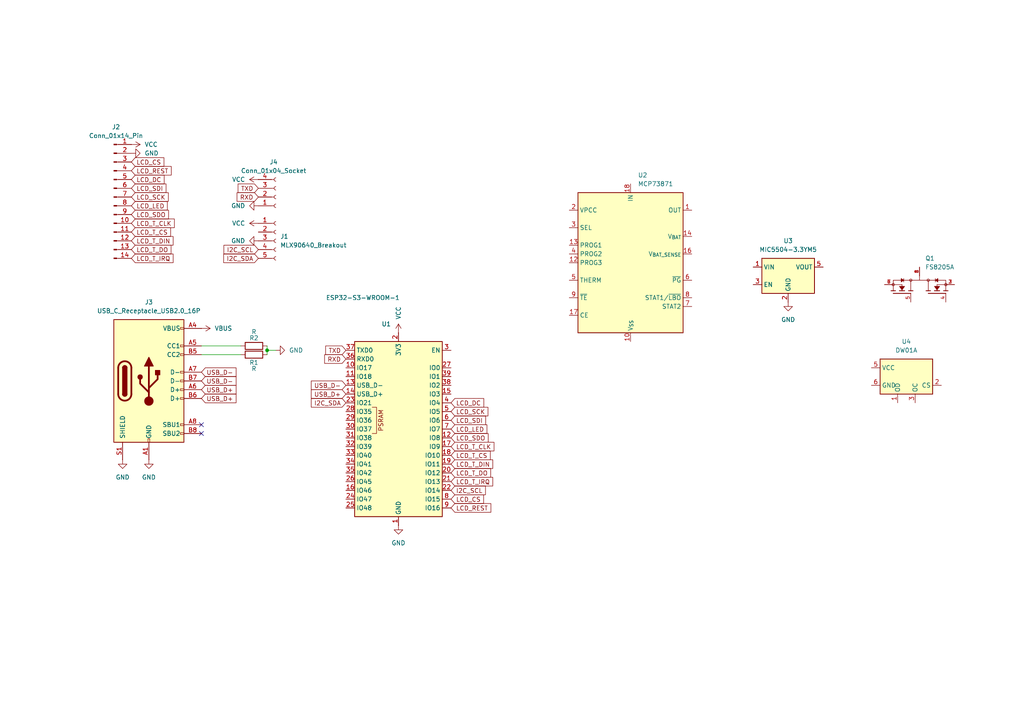
<source format=kicad_sch>
(kicad_sch (version 20250114) (generator "eeschema") (generator_version "9.0")
  (paper "A4")
  (lib_symbols
    (symbol "Battery_Management:DW01A"
      (property "Reference" "U" (at -6.604 6.35 0))
      (property "Value" "DW01A" (at 4.318 6.604 0))
      (symbol "DW01A_0_1"
        (pin power_in line (at -10.16 2.54 0) (length 2.54) (name "VCC") (number "5"))
        (pin power_in line (at -10.16 -2.54 0) (length 2.54) (name "GND") (number "6"))
        (pin output line (at -2.54 -7.62 90) (length 2.54) (name "OD") (number "1"))
        (pin output line (at 2.54 -7.62 90) (length 2.54) (name "OC") (number "3"))
        (pin input line (at 10.16 -2.54 180) (length 2.54) (name "CS") (number "2"))
      )
      (symbol "DW01A_1_1"
        (rectangle (start -7.62 5.08) (end 7.62 -5.08) (stroke (width 0.254)) (fill (type background)))
        (pin no_connect line (at 10.16 2.54 180) (length 2.54) (hide yes) (name "TD") (number "4"))
      )
    )
    (symbol "Battery_Management:MCP73871"
      (property "Reference" "U" (at -7.62 24.13 0))
      (property "Value" "MCP73871" (at -15.24 21.59 0))
      (symbol "MCP73871_0_1"
        (rectangle (start -15.24 20.32) (end 15.24 -20.32) (stroke (width 0.254)) (fill (type background)))
      )
      (symbol "MCP73871_1_1"
        (pin input line (at -17.78 15.24 0) (length 2.54) (name "VPCC") (number "2"))
        (pin input line (at -17.78 10.16 0) (length 2.54) (name "SEL") (number "3"))
        (pin bidirectional line (at -17.78 5.08 0) (length 2.54) (name "PROG1") (number "13"))
        (pin input line (at -17.78 2.54 0) (length 2.54) (name "PROG2") (number "4"))
        (pin bidirectional line (at -17.78 0 0) (length 2.54) (name "PROG3") (number "12"))
        (pin bidirectional line (at -17.78 -5.08 0) (length 2.54) (name "THERM") (number "5"))
        (pin input line (at -17.78 -10.16 0) (length 2.54) (name "~{TE}") (number "9"))
        (pin input line (at -17.78 -15.24 0) (length 2.54) (name "CE") (number "17"))
        (pin power_in line (at 0 22.86 270) (length 2.54) (name "IN") (number "18"))
        (pin passive line (at 0 22.86 270) (length 2.54) (hide yes) (name "IN") (number "19"))
        (pin power_in line (at 0 -22.86 90) (length 2.54) (name "V_{SS}") (number "10"))
        (pin passive line (at 0 -22.86 90) (length 2.54) (hide yes) (name "V_{SS}") (number "11"))
        (pin passive line (at 0 -22.86 90) (length 2.54) (hide yes) (name "V_{SS}") (number "21"))
        (pin power_out line (at 17.78 15.24 180) (length 2.54) (name "OUT") (number "1"))
        (pin passive line (at 17.78 15.24 180) (length 2.54) (hide yes) (name "OUT") (number "20"))
        (pin power_out line (at 17.78 7.62 180) (length 2.54) (name "V_{BAT}") (number "14"))
        (pin passive line (at 17.78 7.62 180) (length 2.54) (hide yes) (name "V_{BAT}") (number "15"))
        (pin input line (at 17.78 2.54 180) (length 2.54) (name "V_{BAT_SENSE}") (number "16"))
        (pin open_collector line (at 17.78 -5.08 180) (length 2.54) (name "~{PG}") (number "6"))
        (pin open_collector line (at 17.78 -10.16 180) (length 2.54) (name "STAT1/~{LBO}") (number "8"))
        (pin open_collector line (at 17.78 -12.7 180) (length 2.54) (name "STAT2") (number "7"))
      )
    )
    (symbol "Connector:Conn_01x04_Socket" (pin_names (offset 1.016) (hide yes))
      (property "Reference" "J" (at 0 5.08 0))
      (property "Value" "Conn_01x04_Socket" (at 0 -7.62 0))
      (symbol "Conn_01x04_Socket_1_1"
        (polyline (pts (xy -1.27 2.54) (xy -0.508 2.54)) (stroke (width 0.1524)))
        (polyline (pts (xy -1.27 0) (xy -0.508 0)) (stroke (width 0.1524)))
        (polyline (pts (xy -1.27 -2.54) (xy -0.508 -2.54)) (stroke (width 0.1524)))
        (polyline (pts (xy -1.27 -5.08) (xy -0.508 -5.08)) (stroke (width 0.1524)))
        (arc (start 0 2.032) (mid -0.5058 2.54) (end 0 3.048) (stroke (width 0.1524)))
        (arc (start 0 -0.508) (mid -0.5058 0) (end 0 0.508) (stroke (width 0.1524)))
        (arc (start 0 -3.048) (mid -0.5058 -2.54) (end 0 -2.032) (stroke (width 0.1524)))
        (arc (start 0 -5.588) (mid -0.5058 -5.08) (end 0 -4.572) (stroke (width 0.1524)))
        (pin passive line (at -5.08 2.54 0) (length 3.81) (name "Pin_1") (number "1"))
        (pin passive line (at -5.08 0 0) (length 3.81) (name "Pin_2") (number "2"))
        (pin passive line (at -5.08 -2.54 0) (length 3.81) (name "Pin_3") (number "3"))
        (pin passive line (at -5.08 -5.08 0) (length 3.81) (name "Pin_4") (number "4"))
      )
    )
    (symbol "Connector:Conn_01x05_Socket" (pin_names (offset 1.016) (hide yes))
      (property "Reference" "J" (at 0 7.62 0))
      (property "Value" "Conn_01x05_Socket" (at 0 -7.62 0))
      (symbol "Conn_01x05_Socket_1_1"
        (polyline (pts (xy -1.27 5.08) (xy -0.508 5.08)) (stroke (width 0.1524)))
        (polyline (pts (xy -1.27 2.54) (xy -0.508 2.54)) (stroke (width 0.1524)))
        (polyline (pts (xy -1.27 0) (xy -0.508 0)) (stroke (width 0.1524)))
        (polyline (pts (xy -1.27 -2.54) (xy -0.508 -2.54)) (stroke (width 0.1524)))
        (polyline (pts (xy -1.27 -5.08) (xy -0.508 -5.08)) (stroke (width 0.1524)))
        (arc (start 0 4.572) (mid -0.5058 5.08) (end 0 5.588) (stroke (width 0.1524)))
        (arc (start 0 2.032) (mid -0.5058 2.54) (end 0 3.048) (stroke (width 0.1524)))
        (arc (start 0 -0.508) (mid -0.5058 0) (end 0 0.508) (stroke (width 0.1524)))
        (arc (start 0 -3.048) (mid -0.5058 -2.54) (end 0 -2.032) (stroke (width 0.1524)))
        (arc (start 0 -5.588) (mid -0.5058 -5.08) (end 0 -4.572) (stroke (width 0.1524)))
        (pin passive line (at -5.08 5.08 0) (length 3.81) (name "Pin_1") (number "1"))
        (pin passive line (at -5.08 2.54 0) (length 3.81) (name "Pin_2") (number "2"))
        (pin passive line (at -5.08 0 0) (length 3.81) (name "Pin_3") (number "3"))
        (pin passive line (at -5.08 -2.54 0) (length 3.81) (name "Pin_4") (number "4"))
        (pin passive line (at -5.08 -5.08 0) (length 3.81) (name "Pin_5") (number "5"))
      )
    )
    (symbol "Connector:Conn_01x14_Pin" (pin_names (offset 1.016) (hide yes))
      (property "Reference" "J" (at 0 17.78 0))
      (property "Value" "Conn_01x14_Pin" (at 0 -20.32 0))
      (symbol "Conn_01x14_Pin_1_1"
        (rectangle (start 0.8636 15.367) (end 0 15.113) (stroke (width 0.1524)) (fill (type outline)))
        (rectangle (start 0.8636 12.827) (end 0 12.573) (stroke (width 0.1524)) (fill (type outline)))
        (rectangle (start 0.8636 10.287) (end 0 10.033) (stroke (width 0.1524)) (fill (type outline)))
        (rectangle (start 0.8636 7.747) (end 0 7.493) (stroke (width 0.1524)) (fill (type outline)))
        (rectangle (start 0.8636 5.207) (end 0 4.953) (stroke (width 0.1524)) (fill (type outline)))
        (rectangle (start 0.8636 2.667) (end 0 2.413) (stroke (width 0.1524)) (fill (type outline)))
        (rectangle (start 0.8636 0.127) (end 0 -0.127) (stroke (width 0.1524)) (fill (type outline)))
        (rectangle (start 0.8636 -2.413) (end 0 -2.667) (stroke (width 0.1524)) (fill (type outline)))
        (rectangle (start 0.8636 -4.953) (end 0 -5.207) (stroke (width 0.1524)) (fill (type outline)))
        (rectangle (start 0.8636 -7.493) (end 0 -7.747) (stroke (width 0.1524)) (fill (type outline)))
        (rectangle (start 0.8636 -10.033) (end 0 -10.287) (stroke (width 0.1524)) (fill (type outline)))
        (rectangle (start 0.8636 -12.573) (end 0 -12.827) (stroke (width 0.1524)) (fill (type outline)))
        (rectangle (start 0.8636 -15.113) (end 0 -15.367) (stroke (width 0.1524)) (fill (type outline)))
        (rectangle (start 0.8636 -17.653) (end 0 -17.907) (stroke (width 0.1524)) (fill (type outline)))
        (polyline (pts (xy 1.27 15.24) (xy 0.8636 15.24)) (stroke (width 0.1524)))
        (polyline (pts (xy 1.27 12.7) (xy 0.8636 12.7)) (stroke (width 0.1524)))
        (polyline (pts (xy 1.27 10.16) (xy 0.8636 10.16)) (stroke (width 0.1524)))
        (polyline (pts (xy 1.27 7.62) (xy 0.8636 7.62)) (stroke (width 0.1524)))
        (polyline (pts (xy 1.27 5.08) (xy 0.8636 5.08)) (stroke (width 0.1524)))
        (polyline (pts (xy 1.27 2.54) (xy 0.8636 2.54)) (stroke (width 0.1524)))
        (polyline (pts (xy 1.27 0) (xy 0.8636 0)) (stroke (width 0.1524)))
        (polyline (pts (xy 1.27 -2.54) (xy 0.8636 -2.54)) (stroke (width 0.1524)))
        (polyline (pts (xy 1.27 -5.08) (xy 0.8636 -5.08)) (stroke (width 0.1524)))
        (polyline (pts (xy 1.27 -7.62) (xy 0.8636 -7.62)) (stroke (width 0.1524)))
        (polyline (pts (xy 1.27 -10.16) (xy 0.8636 -10.16)) (stroke (width 0.1524)))
        (polyline (pts (xy 1.27 -12.7) (xy 0.8636 -12.7)) (stroke (width 0.1524)))
        (polyline (pts (xy 1.27 -15.24) (xy 0.8636 -15.24)) (stroke (width 0.1524)))
        (polyline (pts (xy 1.27 -17.78) (xy 0.8636 -17.78)) (stroke (width 0.1524)))
        (pin passive line (at 5.08 15.24 180) (length 3.81) (name "Pin_1") (number "1"))
        (pin passive line (at 5.08 12.7 180) (length 3.81) (name "Pin_2") (number "2"))
        (pin passive line (at 5.08 10.16 180) (length 3.81) (name "Pin_3") (number "3"))
        (pin passive line (at 5.08 7.62 180) (length 3.81) (name "Pin_4") (number "4"))
        (pin passive line (at 5.08 5.08 180) (length 3.81) (name "Pin_5") (number "5"))
        (pin passive line (at 5.08 2.54 180) (length 3.81) (name "Pin_6") (number "6"))
        (pin passive line (at 5.08 0 180) (length 3.81) (name "Pin_7") (number "7"))
        (pin passive line (at 5.08 -2.54 180) (length 3.81) (name "Pin_8") (number "8"))
        (pin passive line (at 5.08 -5.08 180) (length 3.81) (name "Pin_9") (number "9"))
        (pin passive line (at 5.08 -7.62 180) (length 3.81) (name "Pin_10") (number "10"))
        (pin passive line (at 5.08 -10.16 180) (length 3.81) (name "Pin_11") (number "11"))
        (pin passive line (at 5.08 -12.7 180) (length 3.81) (name "Pin_12") (number "12"))
        (pin passive line (at 5.08 -15.24 180) (length 3.81) (name "Pin_13") (number "13"))
        (pin passive line (at 5.08 -17.78 180) (length 3.81) (name "Pin_14") (number "14"))
      )
    )
    (symbol "Connector:USB_C_Receptacle_USB2.0_16P" (pin_names (offset 1.016))
      (property "Reference" "J" (at 0 22.225 0))
      (property "Value" "USB_C_Receptacle_USB2.0_16P" (at 0 19.685 0))
      (symbol "USB_C_Receptacle_USB2.0_16P_0_0"
        (rectangle (start -0.254 -17.78) (end 0.254 -16.764))
        (rectangle (start 10.16 15.494) (end 9.144 14.986))
        (rectangle (start 10.16 10.414) (end 9.144 9.906))
        (rectangle (start 10.16 7.874) (end 9.144 7.366))
        (rectangle (start 10.16 2.794) (end 9.144 2.286))
        (rectangle (start 10.16 0.254) (end 9.144 -0.254))
        (rectangle (start 10.16 -2.286) (end 9.144 -2.794))
        (rectangle (start 10.16 -4.826) (end 9.144 -5.334))
        (rectangle (start 10.16 -12.446) (end 9.144 -12.954))
        (rectangle (start 10.16 -14.986) (end 9.144 -15.494))
      )
      (symbol "USB_C_Receptacle_USB2.0_16P_0_1"
        (rectangle (start -10.16 17.78) (end 10.16 -17.78) (stroke (width 0.254)) (fill (type background)))
        (polyline (pts (xy -8.89 -3.81) (xy -8.89 3.81)) (stroke (width 0.508)))
        (rectangle (start -7.62 -3.81) (end -6.35 3.81) (stroke (width 0.254)) (fill (type outline)))
        (arc (start -7.62 3.81) (mid -6.985 4.4423) (end -6.35 3.81) (stroke (width 0.254)))
        (arc (start -7.62 3.81) (mid -6.985 4.4423) (end -6.35 3.81) (stroke (width 0.254)) (fill (type outline)))
        (arc (start -8.89 3.81) (mid -6.985 5.7067) (end -5.08 3.81) (stroke (width 0.508)))
        (arc (start -5.08 -3.81) (mid -6.985 -5.7067) (end -8.89 -3.81) (stroke (width 0.508)))
        (arc (start -6.35 -3.81) (mid -6.985 -4.4423) (end -7.62 -3.81) (stroke (width 0.254)))
        (arc (start -6.35 -3.81) (mid -6.985 -4.4423) (end -7.62 -3.81) (stroke (width 0.254)) (fill (type outline)))
        (polyline (pts (xy -5.08 3.81) (xy -5.08 -3.81)) (stroke (width 0.508)))
        (circle (center -2.54 1.143) (radius 0.635) (stroke (width 0.254)) (fill (type outline)))
        (polyline (pts (xy -1.27 4.318) (xy 0 6.858) (xy 1.27 4.318) (xy -1.27 4.318)) (stroke (width 0.254)) (fill (type outline)))
        (polyline (pts (xy 0 -2.032) (xy 2.54 0.508) (xy 2.54 1.778)) (stroke (width 0.508)))
        (polyline (pts (xy 0 -3.302) (xy -2.54 -0.762) (xy -2.54 0.508)) (stroke (width 0.508)))
        (polyline (pts (xy 0 -5.842) (xy 0 4.318)) (stroke (width 0.508)))
        (circle (center 0 -5.842) (radius 1.27) (fill (type outline)))
        (rectangle (start 1.905 1.778) (end 3.175 3.048) (stroke (width 0.254)) (fill (type outline)))
      )
      (symbol "USB_C_Receptacle_USB2.0_16P_1_1"
        (pin passive line (at -7.62 -22.86 90) (length 5.08) (name "SHIELD") (number "S1"))
        (pin passive line (at 0 -22.86 90) (length 5.08) (name "GND") (number "A1"))
        (pin passive line (at 0 -22.86 90) (length 5.08) (hide yes) (name "GND") (number "A12"))
        (pin passive line (at 0 -22.86 90) (length 5.08) (hide yes) (name "GND") (number "B1"))
        (pin passive line (at 0 -22.86 90) (length 5.08) (hide yes) (name "GND") (number "B12"))
        (pin passive line (at 15.24 15.24 180) (length 5.08) (name "VBUS") (number "A4"))
        (pin passive line (at 15.24 15.24 180) (length 5.08) (hide yes) (name "VBUS") (number "A9"))
        (pin passive line (at 15.24 15.24 180) (length 5.08) (hide yes) (name "VBUS") (number "B4"))
        (pin passive line (at 15.24 15.24 180) (length 5.08) (hide yes) (name "VBUS") (number "B9"))
        (pin bidirectional line (at 15.24 10.16 180) (length 5.08) (name "CC1") (number "A5"))
        (pin bidirectional line (at 15.24 7.62 180) (length 5.08) (name "CC2") (number "B5"))
        (pin bidirectional line (at 15.24 2.54 180) (length 5.08) (name "D-") (number "A7"))
        (pin bidirectional line (at 15.24 0 180) (length 5.08) (name "D-") (number "B7"))
        (pin bidirectional line (at 15.24 -2.54 180) (length 5.08) (name "D+") (number "A6"))
        (pin bidirectional line (at 15.24 -5.08 180) (length 5.08) (name "D+") (number "B6"))
        (pin bidirectional line (at 15.24 -12.7 180) (length 5.08) (name "SBU1") (number "A8"))
        (pin bidirectional line (at 15.24 -15.24 180) (length 5.08) (name "SBU2") (number "B8"))
      )
    )
    (symbol "Device:R" (pin_numbers (hide yes)) (pin_names (offset 0))
      (property "Reference" "R" (at 2.032 0 90))
      (property "Value" "R" (at 0 0 90))
      (symbol "R_0_1"
        (rectangle (start -1.016 -2.54) (end 1.016 2.54) (stroke (width 0.254)))
      )
      (symbol "R_1_1"
        (pin passive line (at 0 3.81 270) (length 1.27) (name "~") (number "1"))
        (pin passive line (at 0 -3.81 90) (length 1.27) (name "~") (number "2"))
      )
    )
    (symbol "FS8205A:FS8205A" (pin_names (offset 1.016))
      (property "Reference" "Q" (at -11.43 7.62 0))
      (property "Value" "FS8205A" (at -11.43 -12.7 0))
      (symbol "FS8205A_0_0"
        (polyline (pts (xy -2.54 7.62) (xy -2.54 2.54)) (stroke (width 0.254)))
        (polyline (pts (xy -2.54 -2.54) (xy -2.54 -7.62)) (stroke (width 0.254)))
        (polyline (pts (xy -1.778 8.255) (xy -1.778 7.62)) (stroke (width 0.254)))
        (polyline (pts (xy -1.778 7.62) (xy -1.778 6.985)) (stroke (width 0.254)))
        (polyline (pts (xy -1.778 7.62) (xy 1.27 7.62)) (stroke (width 0.1524)))
        (polyline (pts (xy -1.778 5.842) (xy -1.778 5.08)) (stroke (width 0.254)))
        (polyline (pts (xy -1.778 5.08) (xy -1.778 4.318)) (stroke (width 0.254)))
        (polyline (pts (xy -1.778 5.08) (xy 0 5.08)) (stroke (width 0.1524)))
        (polyline (pts (xy -1.778 3.175) (xy -1.778 2.54)) (stroke (width 0.254)))
        (polyline (pts (xy -1.778 2.54) (xy -1.778 1.905)) (stroke (width 0.254)))
        (polyline (pts (xy -1.778 -1.905) (xy -1.778 -2.54)) (stroke (width 0.254)))
        (polyline (pts (xy -1.778 -2.54) (xy -1.778 -3.175)) (stroke (width 0.254)))
        (polyline (pts (xy -1.778 -2.54) (xy 1.27 -2.54)) (stroke (width 0.1524)))
        (polyline (pts (xy -1.778 -4.318) (xy -1.778 -5.08)) (stroke (width 0.254)))
        (polyline (pts (xy -1.778 -5.08) (xy -1.778 -5.842)) (stroke (width 0.254)))
        (polyline (pts (xy -1.778 -5.08) (xy 0 -5.08)) (stroke (width 0.1524)))
        (polyline (pts (xy -1.778 -6.985) (xy -1.778 -7.62)) (stroke (width 0.254)))
        (polyline (pts (xy -1.778 -7.62) (xy -1.778 -8.255)) (stroke (width 0.254)))
        (polyline (pts (xy -1.524 5.08) (xy -0.508 5.842) (xy -0.508 4.318) (xy -1.524 5.08)) (stroke (width 0.1524)) (fill (type outline)))
        (polyline (pts (xy -1.524 -5.08) (xy -0.508 -4.318) (xy -0.508 -5.842) (xy -1.524 -5.08)) (stroke (width 0.1524)) (fill (type outline)))
        (circle (center 0 7.62) (radius 0.3592))
        (polyline (pts (xy 0 7.62) (xy 0 5.08)) (stroke (width 0.1524)))
        (polyline (pts (xy 0 -5.08) (xy 0 -7.62)) (stroke (width 0.1524)))
        (polyline (pts (xy 0 -7.62) (xy -1.778 -7.62)) (stroke (width 0.1524)))
        (polyline (pts (xy 0 -7.62) (xy 1.27 -7.62)) (stroke (width 0.1524)))
        (circle (center 0 -7.62) (radius 0.3592))
        (polyline (pts (xy 0.762 4.572) (xy 1.27 4.572)) (stroke (width 0.1524)))
        (polyline (pts (xy 1.27 4.572) (xy 1.27 7.62)) (stroke (width 0.1524)))
        (polyline (pts (xy 1.27 4.572) (xy 1.778 4.572)) (stroke (width 0.1524)))
        (polyline (pts (xy 1.27 4.572) (xy 1.778 5.334) (xy 0.762 5.334) (xy 1.27 4.572)) (stroke (width 0.1524)) (fill (type outline)))
        (polyline (pts (xy 1.27 2.54) (xy -1.778 2.54)) (stroke (width 0.1524)))
        (polyline (pts (xy 1.27 2.54) (xy 1.27 4.572)) (stroke (width 0.1524)))
        (circle (center 1.27 2.54) (radius 0.3592))
        (polyline (pts (xy 1.27 0) (xy 1.27 2.54)) (stroke (width 0.1524)))
        (polyline (pts (xy 1.27 0) (xy 2.54 0)) (stroke (width 0.1524)))
        (polyline (pts (xy 1.27 -2.54) (xy 1.27 0)) (stroke (width 0.1524)))
        (polyline (pts (xy 1.27 -2.54) (xy 1.27 -4.572)) (stroke (width 0.1524)))
        (circle (center 1.27 -2.54) (radius 0.3592))
        (polyline (pts (xy 1.27 -4.572) (xy 0.762 -4.572)) (stroke (width 0.1524)))
        (polyline (pts (xy 1.27 -4.572) (xy 1.27 -7.62)) (stroke (width 0.1524)))
        (polyline (pts (xy 1.27 -4.572) (xy 0.762 -5.334) (xy 1.778 -5.334) (xy 1.27 -4.572)) (stroke (width 0.1524)) (fill (type outline)))
        (polyline (pts (xy 1.778 -4.572) (xy 1.27 -4.572)) (stroke (width 0.1524)))
        (pin passive line (at -5.08 2.54 0) (length 2.54) (name "~") (number "5"))
        (pin passive line (at -5.08 -7.62 0) (length 2.54) (name "~") (number "4"))
        (pin passive line (at 0 10.16 270) (length 2.54) (name "~") (number "6"))
        (pin passive line (at 0 10.16 270) (length 2.54) (name "~") (number "7"))
        (pin passive line (at 0 -10.16 90) (length 2.54) (name "~") (number "2"))
        (pin passive line (at 0 -10.16 90) (length 2.54) (name "~") (number "3"))
        (pin passive line (at 5.08 0 180) (length 2.54) (name "~") (number "1"))
        (pin passive line (at 5.08 0 180) (length 2.54) (name "~") (number "8"))
      )
    )
    (symbol "RF_Module:ESP32-S3-WROOM-1"
      (property "Reference" "U" (at -12.7 26.67 0))
      (property "Value" "ESP32-S3-WROOM-1" (at 12.7 26.67 0))
      (symbol "ESP32-S3-WROOM-1_0_0"
        (rectangle (start -12.7 25.4) (end 12.7 -25.4) (stroke (width 0.254)) (fill (type background)))
        (text "PSRAM" (at 5.08 2.54 900) (effects (font (size 1.27 1.27))))
      )
      (symbol "ESP32-S3-WROOM-1_0_1"
        (polyline (pts (xy 7.62 -1.27) (xy 6.35 -1.27) (xy 6.35 6.35) (xy 7.62 6.35)))
      )
      (symbol "ESP32-S3-WROOM-1_1_1"
        (pin input line (at -15.24 22.86 0) (length 2.54) (name "EN") (number "3"))
        (pin bidirectional line (at -15.24 17.78 0) (length 2.54) (name "IO0") (number "27"))
        (pin bidirectional line (at -15.24 15.24 0) (length 2.54) (name "IO1") (number "39"))
        (pin bidirectional line (at -15.24 12.7 0) (length 2.54) (name "IO2") (number "38"))
        (pin bidirectional line (at -15.24 10.16 0) (length 2.54) (name "IO3") (number "15"))
        (pin bidirectional line (at -15.24 7.62 0) (length 2.54) (name "IO4") (number "4"))
        (pin bidirectional line (at -15.24 5.08 0) (length 2.54) (name "IO5") (number "5"))
        (pin bidirectional line (at -15.24 2.54 0) (length 2.54) (name "IO6") (number "6"))
        (pin bidirectional line (at -15.24 0 0) (length 2.54) (name "IO7") (number "7"))
        (pin bidirectional line (at -15.24 -2.54 0) (length 2.54) (name "IO8") (number "12"))
        (pin bidirectional line (at -15.24 -5.08 0) (length 2.54) (name "IO9") (number "17"))
        (pin bidirectional line (at -15.24 -7.62 0) (length 2.54) (name "IO10") (number "18"))
        (pin bidirectional line (at -15.24 -10.16 0) (length 2.54) (name "IO11") (number "19"))
        (pin bidirectional line (at -15.24 -12.7 0) (length 2.54) (name "IO12") (number "20"))
        (pin bidirectional line (at -15.24 -15.24 0) (length 2.54) (name "IO13") (number "21"))
        (pin bidirectional line (at -15.24 -17.78 0) (length 2.54) (name "IO14") (number "22"))
        (pin bidirectional line (at -15.24 -20.32 0) (length 2.54) (name "IO15") (number "8"))
        (pin bidirectional line (at -15.24 -22.86 0) (length 2.54) (name "IO16") (number "9"))
        (pin power_in line (at 0 27.94 270) (length 2.54) (name "3V3") (number "2"))
        (pin power_in line (at 0 -27.94 90) (length 2.54) (name "GND") (number "1"))
        (pin passive line (at 0 -27.94 90) (length 2.54) (hide yes) (name "GND") (number "40"))
        (pin passive line (at 0 -27.94 90) (length 2.54) (hide yes) (name "GND") (number "41"))
        (pin bidirectional line (at 15.24 22.86 180) (length 2.54) (name "TXD0") (number "37"))
        (pin bidirectional line (at 15.24 20.32 180) (length 2.54) (name "RXD0") (number "36"))
        (pin bidirectional line (at 15.24 17.78 180) (length 2.54) (name "IO17") (number "10"))
        (pin bidirectional line (at 15.24 15.24 180) (length 2.54) (name "IO18") (number "11"))
        (pin bidirectional line (at 15.24 12.7 180) (length 2.54) (name "USB_D-") (number "13"))
        (pin bidirectional line (at 15.24 10.16 180) (length 2.54) (name "USB_D+") (number "14"))
        (pin bidirectional line (at 15.24 7.62 180) (length 2.54) (name "IO21") (number "23"))
        (pin bidirectional line (at 15.24 5.08 180) (length 2.54) (name "IO35") (number "28"))
        (pin bidirectional line (at 15.24 2.54 180) (length 2.54) (name "IO36") (number "29"))
        (pin bidirectional line (at 15.24 0 180) (length 2.54) (name "IO37") (number "30"))
        (pin bidirectional line (at 15.24 -2.54 180) (length 2.54) (name "IO38") (number "31"))
        (pin bidirectional line (at 15.24 -5.08 180) (length 2.54) (name "IO39") (number "32"))
        (pin bidirectional line (at 15.24 -7.62 180) (length 2.54) (name "IO40") (number "33"))
        (pin bidirectional line (at 15.24 -10.16 180) (length 2.54) (name "IO41") (number "34"))
        (pin bidirectional line (at 15.24 -12.7 180) (length 2.54) (name "IO42") (number "35"))
        (pin bidirectional line (at 15.24 -15.24 180) (length 2.54) (name "IO45") (number "26"))
        (pin bidirectional line (at 15.24 -17.78 180) (length 2.54) (name "IO46") (number "16"))
        (pin bidirectional line (at 15.24 -20.32 180) (length 2.54) (name "IO47") (number "24"))
        (pin bidirectional line (at 15.24 -22.86 180) (length 2.54) (name "IO48") (number "25"))
      )
    )
    (symbol "Regulator_Linear:MIC5504-3.3YM5"
      (property "Reference" "U" (at -7.62 8.89 0))
      (property "Value" "MIC5504-3.3YM5" (at -7.62 6.35 0))
      (symbol "MIC5504-3.3YM5_0_1"
        (rectangle (start -7.62 -5.08) (end 7.62 5.08) (stroke (width 0.254)) (fill (type background)))
      )
      (symbol "MIC5504-3.3YM5_1_1"
        (pin power_in line (at -10.16 2.54 0) (length 2.54) (name "VIN") (number "1"))
        (pin input line (at -10.16 -2.54 0) (length 2.54) (name "EN") (number "3"))
        (pin power_in line (at 0 -7.62 90) (length 2.54) (name "GND") (number "2"))
        (pin no_connect line (at 7.62 -2.54 180) (length 2.54) (hide yes) (name "NC") (number "4"))
        (pin power_out line (at 10.16 2.54 180) (length 2.54) (name "VOUT") (number "5"))
      )
    )
    (symbol "power:GND" (power) (pin_numbers (hide yes)) (pin_names (offset 0) (hide yes))
      (property "Value" "GND" (at 0 -3.81 0))
      (symbol "GND_0_1"
        (polyline (pts (xy 0 0) (xy 0 -1.27) (xy 1.27 -1.27) (xy 0 -2.54) (xy -1.27 -1.27) (xy 0 -1.27)))
      )
      (symbol "GND_1_1"
        (pin power_in line (at 0 0 270) (length 0) (name "~") (number "1"))
      )
    )
    (symbol "power:VBUS" (power) (pin_numbers (hide yes)) (pin_names (offset 0) (hide yes))
      (property "Value" "VBUS" (at 0 3.556 0))
      (symbol "VBUS_0_1"
        (polyline (pts (xy -0.762 1.27) (xy 0 2.54)))
        (polyline (pts (xy 0 2.54) (xy 0.762 1.27)))
        (polyline (pts (xy 0 0) (xy 0 2.54)))
      )
      (symbol "VBUS_1_1"
        (pin power_in line (at 0 0 90) (length 0) (name "~") (number "1"))
      )
    )
    (symbol "power:VCC" (power) (pin_numbers (hide yes)) (pin_names (offset 0) (hide yes))
      (property "Value" "VCC" (at 0 3.556 0))
      (symbol "VCC_0_1"
        (polyline (pts (xy -0.762 1.27) (xy 0 2.54)))
        (polyline (pts (xy 0 2.54) (xy 0.762 1.27)))
        (polyline (pts (xy 0 0) (xy 0 2.54)))
      )
      (symbol "VCC_1_1"
        (pin power_in line (at 0 0 90) (length 0) (name "~") (number "1"))
      )
    )
  )
  (junction (at 77.47 101.6))
  (no_connect (at 58.42 125.73))
  (no_connect (at 58.42 123.19))
  (wire (pts (xy 77.47 101.6) (xy 77.47 100.33)))
  (wire (pts (xy 69.85 102.87) (xy 58.42 102.87)))
  (wire (pts (xy 58.42 100.33) (xy 69.85 100.33)))
  (wire (pts (xy 77.47 101.6) (xy 77.47 102.87)))
  (wire (pts (xy 80.01 101.6) (xy 77.47 101.6)))
  (global_label "USB_D-" (shape input) (at 58.42 110.49 0) (property "Intersheetrefs" "${INTERSHEET_REFS}" (effects (hide yes))))
  (global_label "TXD" (shape input) (at 74.93 54.61 180) (property "Intersheetrefs" "${INTERSHEET_REFS}" (effects (hide yes))))
  (global_label "LCD_SDO" (shape input) (at 38.1 62.23 0) (property "Intersheetrefs" "${INTERSHEET_REFS}" (effects (hide yes))))
  (global_label "USB_D+" (shape input) (at 100.33 114.3 180) (property "Intersheetrefs" "${INTERSHEET_REFS}" (effects (hide yes))))
  (global_label "LCD_T_DO" (shape input) (at 130.81 137.16 0) (property "Intersheetrefs" "${INTERSHEET_REFS}" (effects (hide yes))))
  (global_label "LCD_LED" (shape input) (at 130.81 124.46 0) (property "Intersheetrefs" "${INTERSHEET_REFS}" (effects (hide yes))))
  (global_label "LCD_REST" (shape input) (at 130.81 147.32 0) (property "Intersheetrefs" "${INTERSHEET_REFS}" (effects (hide yes))))
  (global_label "LCD_DC" (shape input) (at 38.1 52.07 0) (property "Intersheetrefs" "${INTERSHEET_REFS}" (effects (hide yes))))
  (global_label "LCD_REST" (shape input) (at 38.1 49.53 0) (property "Intersheetrefs" "${INTERSHEET_REFS}" (effects (hide yes))))
  (global_label "USB_D-" (shape input) (at 100.33 111.76 180) (property "Intersheetrefs" "${INTERSHEET_REFS}" (effects (hide yes))))
  (global_label "RXD" (shape input) (at 100.33 104.14 180) (property "Intersheetrefs" "${INTERSHEET_REFS}" (effects (hide yes))))
  (global_label "LCD_DC" (shape input) (at 130.81 116.84 0) (property "Intersheetrefs" "${INTERSHEET_REFS}" (effects (hide yes))))
  (global_label "LCD_T_IRQ" (shape input) (at 38.1 74.93 0) (property "Intersheetrefs" "${INTERSHEET_REFS}" (effects (hide yes))))
  (global_label "USB_D-" (shape input) (at 58.42 107.95 0) (property "Intersheetrefs" "${INTERSHEET_REFS}" (effects (hide yes))))
  (global_label "I2C_SCL" (shape input) (at 74.93 72.39 180) (property "Intersheetrefs" "${INTERSHEET_REFS}" (effects (hide yes))))
  (global_label "RXD" (shape input) (at 74.93 57.15 180) (property "Intersheetrefs" "${INTERSHEET_REFS}" (effects (hide yes))))
  (global_label "LCD_T_CLK" (shape input) (at 38.1 64.77 0) (property "Intersheetrefs" "${INTERSHEET_REFS}" (effects (hide yes))))
  (global_label "LCD_T_CS" (shape input) (at 38.1 67.31 0) (property "Intersheetrefs" "${INTERSHEET_REFS}" (effects (hide yes))))
  (global_label "LCD_CS" (shape input) (at 130.81 144.78 0) (property "Intersheetrefs" "${INTERSHEET_REFS}" (effects (hide yes))))
  (global_label "LCD_T_CS" (shape input) (at 130.81 132.08 0) (property "Intersheetrefs" "${INTERSHEET_REFS}" (effects (hide yes))))
  (global_label "LCD_T_DIN" (shape input) (at 38.1 69.85 0) (property "Intersheetrefs" "${INTERSHEET_REFS}" (effects (hide yes))))
  (global_label "TXD" (shape input) (at 100.33 101.6 180) (property "Intersheetrefs" "${INTERSHEET_REFS}" (effects (hide yes))))
  (global_label "LCD_T_CLK" (shape input) (at 130.81 129.54 0) (property "Intersheetrefs" "${INTERSHEET_REFS}" (effects (hide yes))))
  (global_label "LCD_LED" (shape input) (at 38.1 59.69 0) (property "Intersheetrefs" "${INTERSHEET_REFS}" (effects (hide yes))))
  (global_label "USB_D+" (shape input) (at 58.42 113.03 0) (property "Intersheetrefs" "${INTERSHEET_REFS}" (effects (hide yes))))
  (global_label "I2C_SDA" (shape input) (at 100.33 116.84 180) (property "Intersheetrefs" "${INTERSHEET_REFS}" (effects (hide yes))))
  (global_label "LCD_SCK" (shape input) (at 38.1 57.15 0) (property "Intersheetrefs" "${INTERSHEET_REFS}" (effects (hide yes))))
  (global_label "I2C_SDA" (shape input) (at 74.93 74.93 180) (property "Intersheetrefs" "${INTERSHEET_REFS}" (effects (hide yes))))
  (global_label "LCD_T_DO" (shape input) (at 38.1 72.39 0) (property "Intersheetrefs" "${INTERSHEET_REFS}" (effects (hide yes))))
  (global_label "LCD_T_IRQ" (shape input) (at 130.81 139.7 0) (property "Intersheetrefs" "${INTERSHEET_REFS}" (effects (hide yes))))
  (global_label "LCD_SCK" (shape input) (at 130.81 119.38 0) (property "Intersheetrefs" "${INTERSHEET_REFS}" (effects (hide yes))))
  (global_label "USB_D+" (shape input) (at 58.42 115.57 0) (property "Intersheetrefs" "${INTERSHEET_REFS}" (effects (hide yes))))
  (global_label "LCD_SDI" (shape input) (at 38.1 54.61 0) (property "Intersheetrefs" "${INTERSHEET_REFS}" (effects (hide yes))))
  (global_label "LCD_T_DIN" (shape input) (at 130.81 134.62 0) (property "Intersheetrefs" "${INTERSHEET_REFS}" (effects (hide yes))))
  (global_label "LCD_CS" (shape input) (at 38.1 46.99 0) (property "Intersheetrefs" "${INTERSHEET_REFS}" (effects (hide yes))))
  (global_label "LCD_SDI" (shape input) (at 130.81 121.92 0) (property "Intersheetrefs" "${INTERSHEET_REFS}" (effects (hide yes))))
  (global_label "LCD_SDO" (shape input) (at 130.81 127 0) (property "Intersheetrefs" "${INTERSHEET_REFS}" (effects (hide yes))))
  (global_label "I2C_SCL" (shape input) (at 130.81 142.24 0) (property "Intersheetrefs" "${INTERSHEET_REFS}" (effects (hide yes))))
  (symbol (lib_id "power:VBUS") (at 58.42 95.25 270) (unit 1)
    (property "Reference" "#PWR07" (effects (hide yes)))
    (property "Value" "VBUS" (at 62.23 95.2499 90) (effects (justify left)))
    (property "Description" "Power symbol creates a global label with name \"VBUS\"" (effects (hide yes)))
  )
  (symbol (lib_id "power:GND") (at 80.01 101.6 90) (unit 1)
    (property "Reference" "#PWR010" (effects (hide yes)))
    (property "Value" "GND" (at 83.82 101.5999 90) (effects (justify right)))
    (property "Description" "Power symbol creates a global label with name \"GND\" , ground" (effects (hide yes)))
  )
  (symbol (lib_id "power:GND") (at 228.6 87.63 0) (mirror y) (unit 1)
    (property "Reference" "#PWR013" (effects (hide yes)))
    (property "Value" "GND" (at 228.6 92.71 0))
    (property "Description" "Power symbol creates a global label with name \"GND\" , ground" (effects (hide yes)))
  )
  (symbol (lib_id "power:GND") (at 74.93 59.69 270) (mirror x) (unit 1)
    (property "Reference" "#PWR012" (effects (hide yes)))
    (property "Value" "GND" (at 71.12 59.6899 90) (effects (justify right)))
    (property "Description" "Power symbol creates a global label with name \"GND\" , ground" (effects (hide yes)))
  )
  (symbol (lib_id "Connector:Conn_01x14_Pin") (at 33.02 57.15 0) (unit 1)
    (property "Reference" "J2" (at 33.655 36.83 0))
    (property "Value" "Conn_01x14_Pin" (at 33.655 39.37 0))
    (property "Description" "Generic connector, single row, 01x14, script generated" (effects (hide yes)))
  )
  (symbol (lib_id "power:GND") (at 74.93 69.85 270) (unit 1)
    (property "Reference" "#PWR02" (effects (hide yes)))
    (property "Value" "GND" (at 71.12 69.8499 90) (effects (justify right)))
    (property "Description" "Power symbol creates a global label with name \"GND\" , ground" (effects (hide yes)))
  )
  (symbol (lib_id "Device:R") (at 73.66 102.87 90) (unit 1)
    (property "Reference" "R1" (at 73.66 105.156 90))
    (property "Value" "R" (at 73.66 106.934 90))
    (property "Description" "Resistor" (effects (hide yes)))
  )
  (symbol (lib_id "Regulator_Linear:MIC5504-3.3YM5") (at 228.6 80.01 0) (unit 1)
    (property "Reference" "U3" (at 228.6 69.85 0))
    (property "Value" "MIC5504-3.3YM5" (at 228.6 72.39 0))
    (property "Footprint" "Package_TO_SOT_SMD:SOT-23-5" (effects (hide yes)))
    (property "Datasheet" "http://ww1.microchip.com/downloads/en/DeviceDoc/MIC550X.pdf" (effects (hide yes)))
    (property "Description" "300mA Low-dropout Voltage Regulator, Vout 3.3V, Vin up to 5.5V, SOT-23" (effects (hide yes)))
  )
  (symbol (lib_id "power:VCC") (at 74.93 64.77 90) (unit 1)
    (property "Reference" "#PWR01" (effects (hide yes)))
    (property "Value" "VCC" (at 71.12 64.7699 90) (effects (justify left)))
    (property "Description" "Power symbol creates a global label with name \"VCC\"" (effects (hide yes)))
  )
  (symbol (lib_id "RF_Module:ESP32-S3-WROOM-1") (at 115.57 124.46 0) (mirror y) (unit 1)
    (property "Reference" "U1" (at 113.4267 93.98 0) (effects (justify left)))
    (property "Value" "ESP32-S3-WROOM-1" (at 115.9667 86.36 0) (effects (justify left)))
    (property "Footprint" "RF_Module:ESP32-S3-WROOM-1" (effects (hide yes)))
    (property "Datasheet" "https://www.espressif.com/sites/default/files/documentation/esp32-s3-wroom-1_wroom-1u_datasheet_en.pdf" (effects (hide yes)))
    (property "Description" "RF Module, ESP32-S3 SoC, Wi-Fi 802.11b/g/n, Bluetooth, BLE, 32-bit, 3.3V, onboard antenna, SMD" (effects (hide yes)))
  )
  (symbol (lib_id "power:GND") (at 38.1 44.45 90) (mirror x) (unit 1)
    (property "Reference" "#PWR04" (effects (hide yes)))
    (property "Value" "GND" (at 41.91 44.4499 90) (effects (justify right)))
    (property "Description" "Power symbol creates a global label with name \"GND\" , ground" (effects (hide yes)))
  )
  (symbol (lib_id "Connector:Conn_01x05_Socket") (at 80.01 69.85 0) (unit 1)
    (property "Reference" "J1" (at 81.28 68.5799 0) (effects (justify left)))
    (property "Value" "MLX90640_Breakout" (at 81.28 71.1199 0) (effects (justify left)))
    (property "Description" "Generic connector, single row, 01x05, script generated" (effects (hide yes)))
  )
  (symbol (lib_id "power:GND") (at 35.56 133.35 0) (unit 1)
    (property "Reference" "#PWR09" (effects (hide yes)))
    (property "Value" "GND" (at 35.56 138.43 0))
    (property "Description" "Power symbol creates a global label with name \"GND\" , ground" (effects (hide yes)))
  )
  (symbol (lib_id "Connector:USB_C_Receptacle_USB2.0_16P") (at 43.18 110.49 0) (unit 1)
    (property "Reference" "J3" (at 43.18 87.63 0))
    (property "Value" "USB_C_Receptacle_USB2.0_16P" (at 43.18 90.17 0))
    (property "Datasheet" "https://www.usb.org/sites/default/files/documents/usb_type-c.zip" (effects (hide yes)))
    (property "Description" "USB 2.0-only 16P Type-C Receptacle connector" (effects (hide yes)))
  )
  (symbol (lib_id "power:GND") (at 115.57 152.4 0) (unit 1)
    (property "Reference" "#PWR06" (effects (hide yes)))
    (property "Value" "GND" (at 115.57 157.48 0))
    (property "Description" "Power symbol creates a global label with name \"GND\" , ground" (effects (hide yes)))
  )
  (symbol (lib_id "Device:R") (at 73.66 100.33 270) (unit 1)
    (property "Reference" "R2" (at 73.66 98.044 90))
    (property "Value" "R" (at 73.66 96.266 90))
    (property "Description" "Resistor" (effects (hide yes)))
  )
  (symbol (lib_id "Connector:Conn_01x04_Socket") (at 80.01 57.15 0) (mirror x) (unit 1)
    (property "Reference" "J4" (at 79.375 46.99 0))
    (property "Value" "Conn_01x04_Socket" (at 79.375 49.53 0))
    (property "Description" "Generic connector, single row, 01x04, script generated" (effects (hide yes)))
  )
  (symbol (lib_id "power:VCC") (at 74.93 52.07 90) (unit 1)
    (property "Reference" "#PWR011" (effects (hide yes)))
    (property "Value" "VCC" (at 71.12 52.0699 90) (effects (justify left)))
    (property "Description" "Power symbol creates a global label with name \"VCC\"" (effects (hide yes)))
  )
  (symbol (lib_id "Battery_Management:DW01A") (at 262.89 109.22 0) (unit 1)
    (property "Reference" "U4" (at 262.89 99.06 0))
    (property "Value" "DW01A" (at 262.89 101.6 0))
    (property "Footprint" "Package_TO_SOT_SMD:SOT-23-6" (effects (hide yes)))
    (property "Datasheet" "https://hmsemi.com/downfile/DW01A.PDF" (effects (hide yes)))
    (property "Description" "Overcharge, overcurrent and overdischarge protection IC for single cell lithium-ion/polymer battery" (effects (hide yes)))
  )
  (symbol (lib_id "power:VCC") (at 38.1 41.91 270) (mirror x) (unit 1)
    (property "Reference" "#PWR03" (effects (hide yes)))
    (property "Value" "VCC" (at 41.91 41.9099 90) (effects (justify left)))
    (property "Description" "Power symbol creates a global label with name \"VCC\"" (effects (hide yes)))
  )
  (symbol (lib_id "power:GND") (at 43.18 133.35 0) (unit 1)
    (property "Reference" "#PWR08" (effects (hide yes)))
    (property "Value" "GND" (at 43.18 138.43 0))
    (property "Description" "Power symbol creates a global label with name \"GND\" , ground" (effects (hide yes)))
  )
  (symbol (lib_id "Battery_Management:MCP73871") (at 182.88 76.2 0) (unit 1)
    (property "Reference" "U2" (at 185.0233 50.8 0) (effects (justify left)))
    (property "Value" "MCP73871" (at 185.0233 53.34 0) (effects (justify left)))
    (property "Footprint" "Package_DFN_QFN:QFN-20-1EP_4x4mm_P0.5mm_EP2.5x2.5mm" (effects (hide yes)))
    (property "Datasheet" "http://www.mouser.com/ds/2/268/22090a-52174.pdf" (effects (hide yes)))
    (property "Description" "Single cell, Li-Ion/Li-Po charge management controller" (effects (hide yes)))
  )
  (symbol (lib_id "power:VCC") (at 115.57 96.52 0) (unit 1)
    (property "Reference" "#PWR05" (effects (hide yes)))
    (property "Value" "VCC" (at 115.5701 92.71 90) (effects (justify left)))
    (property "Description" "Power symbol creates a global label with name \"VCC\"" (effects (hide yes)))
  )
  (symbol (lib_id "FS8205A:FS8205A") (at 266.7 82.55 90) (unit 1)
    (property "Reference" "Q1" (at 268.3511 74.93 90) (effects (justify right)))
    (property "Value" "FS8205A" (at 268.3511 77.47 90) (effects (justify right)))
    (property "Footprint" "FS8205A:SOP65P640X120-8N" (effects (hide yes)))
    (property "MF" "Fortune Semiconductor" (effects (hide yes)))
    (property "MAXIMUM_PACKAGE_HEIGHT" "1.2mm" (effects (hide yes)))
    (property "Package" "Package" (effects (hide yes)))
    (property "Price" "None" (effects (hide yes)))
    (property "Check_prices" "https://www.snapeda.com/parts/FS8205A/Fortune+Semiconductor/view-part/?ref=eda" (effects (hide yes)))
    (property "STANDARD" "IPC 7351B" (effects (hide yes)))
    (property "PARTREV" "1.7" (effects (hide yes)))
    (property "SnapEDA_Link" "https://www.snapeda.com/parts/FS8205A/Fortune+Semiconductor/view-part/?ref=snap" (effects (hide yes)))
    (property "MP" "FS8205A" (effects (hide yes)))
    (property "Availability" "In Stock" (effects (hide yes)))
    (property "MANUFACTURER" "Fortune Semiconductor" (effects (hide yes)))
  )
)
</source>
